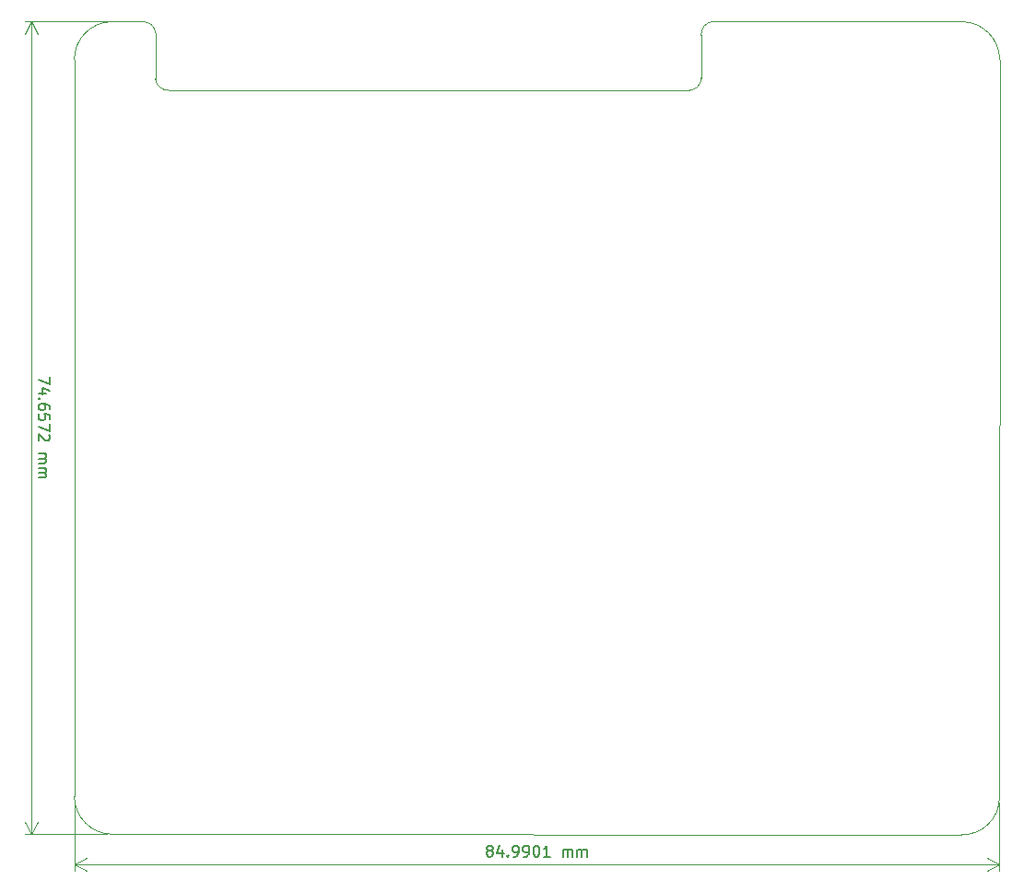
<source format=gbr>
%TF.GenerationSoftware,KiCad,Pcbnew,8.0.1*%
%TF.CreationDate,2024-12-13T12:17:54+05:30*%
%TF.ProjectId,GPIO HAT 2,4750494f-2048-4415-9420-322e6b696361,rev?*%
%TF.SameCoordinates,Original*%
%TF.FileFunction,Profile,NP*%
%FSLAX46Y46*%
G04 Gerber Fmt 4.6, Leading zero omitted, Abs format (unit mm)*
G04 Created by KiCad (PCBNEW 8.0.1) date 2024-12-13 12:17:54*
%MOMM*%
%LPD*%
G01*
G04 APERTURE LIST*
%ADD10C,0.150000*%
%TA.AperFunction,Profile*%
%ADD11C,0.050000*%
%TD*%
G04 APERTURE END LIST*
D10*
X193876588Y-138181790D02*
X193781350Y-138134171D01*
X193781350Y-138134171D02*
X193733731Y-138086552D01*
X193733731Y-138086552D02*
X193686112Y-137991314D01*
X193686112Y-137991314D02*
X193686112Y-137943695D01*
X193686112Y-137943695D02*
X193733731Y-137848457D01*
X193733731Y-137848457D02*
X193781350Y-137800838D01*
X193781350Y-137800838D02*
X193876588Y-137753219D01*
X193876588Y-137753219D02*
X194067064Y-137753219D01*
X194067064Y-137753219D02*
X194162302Y-137800838D01*
X194162302Y-137800838D02*
X194209921Y-137848457D01*
X194209921Y-137848457D02*
X194257540Y-137943695D01*
X194257540Y-137943695D02*
X194257540Y-137991314D01*
X194257540Y-137991314D02*
X194209921Y-138086552D01*
X194209921Y-138086552D02*
X194162302Y-138134171D01*
X194162302Y-138134171D02*
X194067064Y-138181790D01*
X194067064Y-138181790D02*
X193876588Y-138181790D01*
X193876588Y-138181790D02*
X193781350Y-138229409D01*
X193781350Y-138229409D02*
X193733731Y-138277028D01*
X193733731Y-138277028D02*
X193686112Y-138372266D01*
X193686112Y-138372266D02*
X193686112Y-138562742D01*
X193686112Y-138562742D02*
X193733731Y-138657980D01*
X193733731Y-138657980D02*
X193781350Y-138705600D01*
X193781350Y-138705600D02*
X193876588Y-138753219D01*
X193876588Y-138753219D02*
X194067064Y-138753219D01*
X194067064Y-138753219D02*
X194162302Y-138705600D01*
X194162302Y-138705600D02*
X194209921Y-138657980D01*
X194209921Y-138657980D02*
X194257540Y-138562742D01*
X194257540Y-138562742D02*
X194257540Y-138372266D01*
X194257540Y-138372266D02*
X194209921Y-138277028D01*
X194209921Y-138277028D02*
X194162302Y-138229409D01*
X194162302Y-138229409D02*
X194067064Y-138181790D01*
X195114683Y-138086552D02*
X195114683Y-138753219D01*
X194876588Y-137705600D02*
X194638493Y-138419885D01*
X194638493Y-138419885D02*
X195257540Y-138419885D01*
X195638493Y-138657980D02*
X195686112Y-138705600D01*
X195686112Y-138705600D02*
X195638493Y-138753219D01*
X195638493Y-138753219D02*
X195590874Y-138705600D01*
X195590874Y-138705600D02*
X195638493Y-138657980D01*
X195638493Y-138657980D02*
X195638493Y-138753219D01*
X196162302Y-138753219D02*
X196352778Y-138753219D01*
X196352778Y-138753219D02*
X196448016Y-138705600D01*
X196448016Y-138705600D02*
X196495635Y-138657980D01*
X196495635Y-138657980D02*
X196590873Y-138515123D01*
X196590873Y-138515123D02*
X196638492Y-138324647D01*
X196638492Y-138324647D02*
X196638492Y-137943695D01*
X196638492Y-137943695D02*
X196590873Y-137848457D01*
X196590873Y-137848457D02*
X196543254Y-137800838D01*
X196543254Y-137800838D02*
X196448016Y-137753219D01*
X196448016Y-137753219D02*
X196257540Y-137753219D01*
X196257540Y-137753219D02*
X196162302Y-137800838D01*
X196162302Y-137800838D02*
X196114683Y-137848457D01*
X196114683Y-137848457D02*
X196067064Y-137943695D01*
X196067064Y-137943695D02*
X196067064Y-138181790D01*
X196067064Y-138181790D02*
X196114683Y-138277028D01*
X196114683Y-138277028D02*
X196162302Y-138324647D01*
X196162302Y-138324647D02*
X196257540Y-138372266D01*
X196257540Y-138372266D02*
X196448016Y-138372266D01*
X196448016Y-138372266D02*
X196543254Y-138324647D01*
X196543254Y-138324647D02*
X196590873Y-138277028D01*
X196590873Y-138277028D02*
X196638492Y-138181790D01*
X197114683Y-138753219D02*
X197305159Y-138753219D01*
X197305159Y-138753219D02*
X197400397Y-138705600D01*
X197400397Y-138705600D02*
X197448016Y-138657980D01*
X197448016Y-138657980D02*
X197543254Y-138515123D01*
X197543254Y-138515123D02*
X197590873Y-138324647D01*
X197590873Y-138324647D02*
X197590873Y-137943695D01*
X197590873Y-137943695D02*
X197543254Y-137848457D01*
X197543254Y-137848457D02*
X197495635Y-137800838D01*
X197495635Y-137800838D02*
X197400397Y-137753219D01*
X197400397Y-137753219D02*
X197209921Y-137753219D01*
X197209921Y-137753219D02*
X197114683Y-137800838D01*
X197114683Y-137800838D02*
X197067064Y-137848457D01*
X197067064Y-137848457D02*
X197019445Y-137943695D01*
X197019445Y-137943695D02*
X197019445Y-138181790D01*
X197019445Y-138181790D02*
X197067064Y-138277028D01*
X197067064Y-138277028D02*
X197114683Y-138324647D01*
X197114683Y-138324647D02*
X197209921Y-138372266D01*
X197209921Y-138372266D02*
X197400397Y-138372266D01*
X197400397Y-138372266D02*
X197495635Y-138324647D01*
X197495635Y-138324647D02*
X197543254Y-138277028D01*
X197543254Y-138277028D02*
X197590873Y-138181790D01*
X198209921Y-137753219D02*
X198305159Y-137753219D01*
X198305159Y-137753219D02*
X198400397Y-137800838D01*
X198400397Y-137800838D02*
X198448016Y-137848457D01*
X198448016Y-137848457D02*
X198495635Y-137943695D01*
X198495635Y-137943695D02*
X198543254Y-138134171D01*
X198543254Y-138134171D02*
X198543254Y-138372266D01*
X198543254Y-138372266D02*
X198495635Y-138562742D01*
X198495635Y-138562742D02*
X198448016Y-138657980D01*
X198448016Y-138657980D02*
X198400397Y-138705600D01*
X198400397Y-138705600D02*
X198305159Y-138753219D01*
X198305159Y-138753219D02*
X198209921Y-138753219D01*
X198209921Y-138753219D02*
X198114683Y-138705600D01*
X198114683Y-138705600D02*
X198067064Y-138657980D01*
X198067064Y-138657980D02*
X198019445Y-138562742D01*
X198019445Y-138562742D02*
X197971826Y-138372266D01*
X197971826Y-138372266D02*
X197971826Y-138134171D01*
X197971826Y-138134171D02*
X198019445Y-137943695D01*
X198019445Y-137943695D02*
X198067064Y-137848457D01*
X198067064Y-137848457D02*
X198114683Y-137800838D01*
X198114683Y-137800838D02*
X198209921Y-137753219D01*
X199495635Y-138753219D02*
X198924207Y-138753219D01*
X199209921Y-138753219D02*
X199209921Y-137753219D01*
X199209921Y-137753219D02*
X199114683Y-137896076D01*
X199114683Y-137896076D02*
X199019445Y-137991314D01*
X199019445Y-137991314D02*
X198924207Y-138038933D01*
X200686112Y-138753219D02*
X200686112Y-138086552D01*
X200686112Y-138181790D02*
X200733731Y-138134171D01*
X200733731Y-138134171D02*
X200828969Y-138086552D01*
X200828969Y-138086552D02*
X200971826Y-138086552D01*
X200971826Y-138086552D02*
X201067064Y-138134171D01*
X201067064Y-138134171D02*
X201114683Y-138229409D01*
X201114683Y-138229409D02*
X201114683Y-138753219D01*
X201114683Y-138229409D02*
X201162302Y-138134171D01*
X201162302Y-138134171D02*
X201257540Y-138086552D01*
X201257540Y-138086552D02*
X201400397Y-138086552D01*
X201400397Y-138086552D02*
X201495636Y-138134171D01*
X201495636Y-138134171D02*
X201543255Y-138229409D01*
X201543255Y-138229409D02*
X201543255Y-138753219D01*
X202019445Y-138753219D02*
X202019445Y-138086552D01*
X202019445Y-138181790D02*
X202067064Y-138134171D01*
X202067064Y-138134171D02*
X202162302Y-138086552D01*
X202162302Y-138086552D02*
X202305159Y-138086552D01*
X202305159Y-138086552D02*
X202400397Y-138134171D01*
X202400397Y-138134171D02*
X202448016Y-138229409D01*
X202448016Y-138229409D02*
X202448016Y-138753219D01*
X202448016Y-138229409D02*
X202495635Y-138134171D01*
X202495635Y-138134171D02*
X202590873Y-138086552D01*
X202590873Y-138086552D02*
X202733730Y-138086552D01*
X202733730Y-138086552D02*
X202828969Y-138134171D01*
X202828969Y-138134171D02*
X202876588Y-138229409D01*
X202876588Y-138229409D02*
X202876588Y-138753219D01*
D11*
X155810118Y-133700410D02*
X155810118Y-140034820D01*
X240800199Y-140034820D02*
X240800199Y-133824620D01*
X155810118Y-139448400D02*
X240800199Y-139448400D01*
X155810118Y-139448400D02*
X240800199Y-139448400D01*
X155810118Y-139448400D02*
X156936622Y-138861979D01*
X155810118Y-139448400D02*
X156936622Y-140034821D01*
X240800199Y-139448400D02*
X239673695Y-140034821D01*
X240800199Y-139448400D02*
X239673695Y-138861979D01*
D10*
X153533410Y-94705082D02*
X153533414Y-95371749D01*
X153533414Y-95371749D02*
X152533412Y-94943184D01*
X153200086Y-96181275D02*
X152533419Y-96181279D01*
X153581037Y-95943177D02*
X152866750Y-95705086D01*
X152866750Y-95705086D02*
X152866753Y-96324134D01*
X152628660Y-96705088D02*
X152581042Y-96752707D01*
X152581042Y-96752707D02*
X152533422Y-96705088D01*
X152533422Y-96705088D02*
X152581041Y-96657469D01*
X152581041Y-96657469D02*
X152628660Y-96705088D01*
X152628660Y-96705088D02*
X152533422Y-96705088D01*
X153533428Y-97609844D02*
X153533427Y-97419368D01*
X153533427Y-97419368D02*
X153485807Y-97324130D01*
X153485807Y-97324130D02*
X153438188Y-97276511D01*
X153438188Y-97276511D02*
X153295330Y-97181274D01*
X153295330Y-97181274D02*
X153104854Y-97133656D01*
X153104854Y-97133656D02*
X152723901Y-97133658D01*
X152723901Y-97133658D02*
X152628663Y-97181278D01*
X152628663Y-97181278D02*
X152581045Y-97228897D01*
X152581045Y-97228897D02*
X152533426Y-97324136D01*
X152533426Y-97324136D02*
X152533427Y-97514612D01*
X152533427Y-97514612D02*
X152581047Y-97609850D01*
X152581047Y-97609850D02*
X152628666Y-97657468D01*
X152628666Y-97657468D02*
X152723905Y-97705087D01*
X152723905Y-97705087D02*
X152962000Y-97705085D01*
X152962000Y-97705085D02*
X153057238Y-97657466D01*
X153057238Y-97657466D02*
X153104856Y-97609846D01*
X153104856Y-97609846D02*
X153152475Y-97514608D01*
X153152475Y-97514608D02*
X153152474Y-97324132D01*
X153152474Y-97324132D02*
X153104854Y-97228894D01*
X153104854Y-97228894D02*
X153057235Y-97181275D01*
X153057235Y-97181275D02*
X152961996Y-97133657D01*
X153533434Y-98609844D02*
X153533431Y-98133653D01*
X153533431Y-98133653D02*
X153057240Y-98086037D01*
X153057240Y-98086037D02*
X153104860Y-98133656D01*
X153104860Y-98133656D02*
X153152479Y-98228894D01*
X153152479Y-98228894D02*
X153152481Y-98466989D01*
X153152481Y-98466989D02*
X153104862Y-98562227D01*
X153104862Y-98562227D02*
X153057243Y-98609847D01*
X153057243Y-98609847D02*
X152962006Y-98657466D01*
X152962006Y-98657466D02*
X152723910Y-98657468D01*
X152723910Y-98657468D02*
X152628672Y-98609849D01*
X152628672Y-98609849D02*
X152581053Y-98562231D01*
X152581053Y-98562231D02*
X152533433Y-98466993D01*
X152533433Y-98466993D02*
X152533432Y-98228898D01*
X152533432Y-98228898D02*
X152581050Y-98133659D01*
X152581050Y-98133659D02*
X152628669Y-98086040D01*
X153533436Y-98990796D02*
X153533440Y-99657463D01*
X153533440Y-99657463D02*
X152533438Y-99228898D01*
X153438204Y-99990797D02*
X153485823Y-100038416D01*
X153485823Y-100038416D02*
X153533443Y-100133654D01*
X153533443Y-100133654D02*
X153533444Y-100371749D01*
X153533444Y-100371749D02*
X153485826Y-100466987D01*
X153485826Y-100466987D02*
X153438207Y-100514607D01*
X153438207Y-100514607D02*
X153342969Y-100562226D01*
X153342969Y-100562226D02*
X153247731Y-100562227D01*
X153247731Y-100562227D02*
X153104874Y-100514609D01*
X153104874Y-100514609D02*
X152533442Y-99943183D01*
X152533442Y-99943183D02*
X152533446Y-100562231D01*
X152533453Y-101752707D02*
X153200119Y-101752703D01*
X153104881Y-101752704D02*
X153152501Y-101800323D01*
X153152501Y-101800323D02*
X153200120Y-101895561D01*
X153200120Y-101895561D02*
X153200121Y-102038418D01*
X153200121Y-102038418D02*
X153152503Y-102133656D01*
X153152503Y-102133656D02*
X153057265Y-102181276D01*
X153057265Y-102181276D02*
X152533455Y-102181279D01*
X153057265Y-102181276D02*
X153152503Y-102228894D01*
X153152503Y-102228894D02*
X153200123Y-102324132D01*
X153200123Y-102324132D02*
X153200124Y-102466989D01*
X153200124Y-102466989D02*
X153152505Y-102562228D01*
X153152505Y-102562228D02*
X153057267Y-102609847D01*
X153057267Y-102609847D02*
X152533458Y-102609850D01*
X152533461Y-103086040D02*
X153200128Y-103086036D01*
X153104889Y-103086037D02*
X153152509Y-103133656D01*
X153152509Y-103133656D02*
X153200128Y-103228894D01*
X153200128Y-103228894D02*
X153200129Y-103371751D01*
X153200129Y-103371751D02*
X153152511Y-103466989D01*
X153152511Y-103466989D02*
X153057273Y-103514609D01*
X153057273Y-103514609D02*
X152533463Y-103514612D01*
X153057273Y-103514609D02*
X153152511Y-103562227D01*
X153152511Y-103562227D02*
X153200131Y-103657465D01*
X153200131Y-103657465D02*
X153200132Y-103800322D01*
X153200132Y-103800322D02*
X153152513Y-103895561D01*
X153152513Y-103895561D02*
X153057276Y-103943180D01*
X153057276Y-103943180D02*
X152533466Y-103943183D01*
D11*
X158809748Y-62043100D02*
X151251613Y-62043145D01*
X158810197Y-136700334D02*
X151252062Y-136700379D01*
X151838033Y-62043142D02*
X151838482Y-136700376D01*
X151838033Y-62043142D02*
X151838482Y-136700376D01*
X151838033Y-62043142D02*
X152424461Y-63169642D01*
X151838033Y-62043142D02*
X151251619Y-63169649D01*
X151838482Y-136700376D02*
X151252054Y-135573876D01*
X151838482Y-136700376D02*
X152424896Y-135573869D01*
X213393688Y-63290943D02*
G75*
G02*
X214477599Y-62026784I1174012J90143D01*
G01*
X240800199Y-133324620D02*
G75*
G02*
X237300278Y-136753578I-3429599J-80D01*
G01*
X237300278Y-136753600D02*
X159310197Y-136700331D01*
X237309738Y-62043017D02*
X214477600Y-62026800D01*
X240800199Y-133324620D02*
X240817400Y-65543017D01*
X237309738Y-62043017D02*
G75*
G02*
X240817375Y-65543017I62J-3507583D01*
G01*
X159310197Y-136700331D02*
G75*
G02*
X155810069Y-133200410I-97J3500031D01*
G01*
X213393687Y-63290943D02*
X213394739Y-67215466D01*
X163271200Y-63106300D02*
X163271200Y-67297300D01*
X159309748Y-62043097D02*
X162084498Y-62043097D01*
X164457934Y-68325999D02*
G75*
G02*
X163271199Y-67297300I-79034J1107699D01*
G01*
X164457934Y-68326000D02*
X212318600Y-68354761D01*
X162084498Y-62043098D02*
G75*
G02*
X163271197Y-63106300I61702J-1125002D01*
G01*
X213394738Y-67215466D02*
G75*
G02*
X212318599Y-68354736I-1107738J-31534D01*
G01*
X155809748Y-65543097D02*
G75*
G02*
X159309748Y-62043048I3499852J197D01*
G01*
X155810118Y-133200410D02*
X155809748Y-65543097D01*
M02*

</source>
